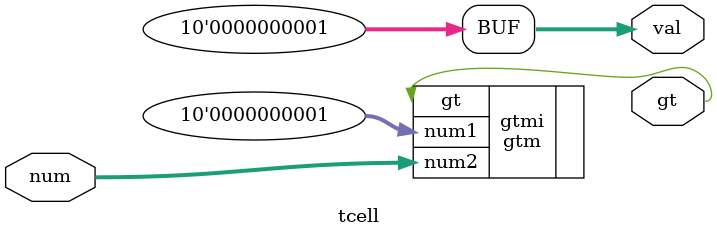
<source format=v>
`timescale 1ns / 1ps


module tcell
  #(parameter NUM_WIDTH=10,   // Width of num
    parameter CELL_WIDTH=10,  // Width of cell value
    parameter CELL_VALUE=1)  // Value of cell
  (input wire [NUM_WIDTH-1:0] num,                // Number to compare
   output wire gt,                                // Value is greater
   output reg [CELL_WIDTH-1:0] val = CELL_VALUE); // Cell value

gtm
  #(.NUM1_WIDTH(CELL_WIDTH), 
    .NUM2_WIDTH(NUM_WIDTH))
  gtmi
    (.num1(val), 
     .num2(num), 
     .gt(gt));
     
endmodule

</source>
